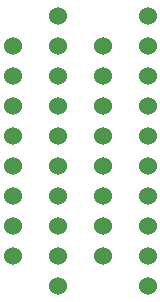
<source format=gbr>
%TF.GenerationSoftware,KiCad,Pcbnew,(6.0.1)*%
%TF.CreationDate,2022-02-13T21:37:46-07:00*%
%TF.ProjectId,GAL_to_bipolar,47414c5f-746f-45f6-9269-706f6c61722e,rev?*%
%TF.SameCoordinates,Original*%
%TF.FileFunction,Soldermask,Bot*%
%TF.FilePolarity,Negative*%
%FSLAX46Y46*%
G04 Gerber Fmt 4.6, Leading zero omitted, Abs format (unit mm)*
G04 Created by KiCad (PCBNEW (6.0.1)) date 2022-02-13 21:37:46*
%MOMM*%
%LPD*%
G01*
G04 APERTURE LIST*
%ADD10C,1.524000*%
G04 APERTURE END LIST*
D10*
%TO.C,J2*%
X149860000Y-88900000D03*
X149860000Y-86360000D03*
X149860000Y-83820000D03*
X149860000Y-81280000D03*
X149860000Y-78740000D03*
X149860000Y-76200000D03*
X149860000Y-73660000D03*
X149860000Y-71120000D03*
X149860000Y-68580000D03*
X149860000Y-66040000D03*
X142240000Y-66040000D03*
X142240000Y-68580000D03*
X142240000Y-71120000D03*
X142240000Y-73660000D03*
X142240000Y-76200000D03*
X142240000Y-78740000D03*
X142240000Y-81280000D03*
X142240000Y-83820000D03*
X142240000Y-86360000D03*
X142240000Y-88900000D03*
%TD*%
%TO.C,J1*%
X146050000Y-68580000D03*
X146050000Y-71120000D03*
X146050000Y-73660000D03*
X146050000Y-76200000D03*
X146050000Y-78740000D03*
X146050000Y-81280000D03*
X146050000Y-83820000D03*
X146050000Y-86360000D03*
X138430000Y-86360000D03*
X138430000Y-83820000D03*
X138430000Y-81280000D03*
X138430000Y-78740000D03*
X138430000Y-76200000D03*
X138430000Y-73660000D03*
X138430000Y-71120000D03*
X138430000Y-68580000D03*
%TD*%
M02*

</source>
